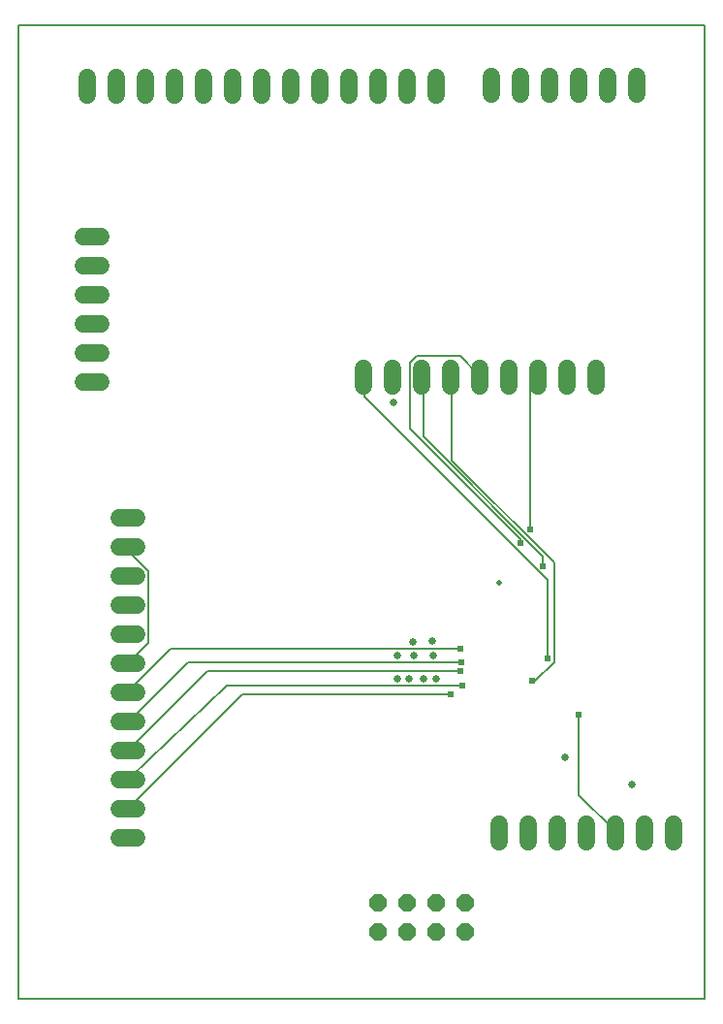
<source format=gbl>
G75*
%MOIN*%
%OFA0B0*%
%FSLAX25Y25*%
%IPPOS*%
%LPD*%
%AMOC8*
5,1,8,0,0,1.08239X$1,22.5*
%
%ADD10C,0.00600*%
%ADD11OC8,0.06000*%
%ADD12C,0.06000*%
%ADD13C,0.02400*%
%ADD14C,0.02600*%
%ADD15C,0.02000*%
D10*
X0001300Y0001300D02*
X0001300Y0335946D01*
X0237520Y0335946D01*
X0237520Y0001300D01*
X0001300Y0001300D01*
X0039179Y0066655D02*
X0039430Y0067045D01*
X0078480Y0106095D01*
X0149980Y0106095D01*
X0153946Y0108790D02*
X0073096Y0108790D01*
X0039430Y0076945D01*
X0039179Y0076655D01*
X0039179Y0086655D02*
X0039430Y0086845D01*
X0066380Y0113795D01*
X0153280Y0113795D01*
X0153830Y0117095D02*
X0059780Y0117095D01*
X0039430Y0096745D01*
X0039179Y0096655D01*
X0039179Y0106655D02*
X0039430Y0107195D01*
X0053730Y0121495D01*
X0153280Y0121495D01*
X0178030Y0110495D02*
X0179130Y0110495D01*
X0185730Y0117095D01*
X0185730Y0151195D01*
X0150530Y0186395D01*
X0150530Y0214995D01*
X0150174Y0215016D01*
X0153280Y0222145D02*
X0159880Y0215545D01*
X0160174Y0215016D01*
X0153280Y0222145D02*
X0138430Y0222145D01*
X0136230Y0219945D01*
X0136230Y0197395D01*
X0174180Y0159445D01*
X0174180Y0157795D01*
X0177480Y0162745D02*
X0177480Y0212795D01*
X0179680Y0214995D01*
X0180174Y0215016D01*
X0140630Y0214995D02*
X0140630Y0194645D01*
X0181880Y0153395D01*
X0181880Y0150095D01*
X0183530Y0145145D02*
X0120280Y0208395D01*
X0120280Y0214995D01*
X0120174Y0215016D01*
X0140174Y0215016D02*
X0140630Y0214995D01*
X0183530Y0145145D02*
X0183530Y0118195D01*
X0193980Y0098945D02*
X0193980Y0071445D01*
X0206630Y0058795D01*
X0206675Y0058439D01*
X0046030Y0123695D02*
X0039430Y0117095D01*
X0039179Y0116655D01*
X0046030Y0123695D02*
X0046030Y0148445D01*
X0039430Y0155045D01*
X0039430Y0156145D01*
X0039179Y0156655D01*
D11*
X0124964Y0034326D03*
X0124964Y0024326D03*
X0134964Y0024326D03*
X0134964Y0034326D03*
X0144964Y0034326D03*
X0144964Y0024326D03*
X0154964Y0024326D03*
X0154964Y0034326D03*
D12*
X0166675Y0055439D02*
X0166675Y0061439D01*
X0176675Y0061439D02*
X0176675Y0055439D01*
X0186675Y0055439D02*
X0186675Y0061439D01*
X0196675Y0061439D02*
X0196675Y0055439D01*
X0206675Y0055439D02*
X0206675Y0061439D01*
X0216675Y0061439D02*
X0216675Y0055439D01*
X0226675Y0055439D02*
X0226675Y0061439D01*
X0200174Y0212016D02*
X0200174Y0218016D01*
X0190174Y0218016D02*
X0190174Y0212016D01*
X0180174Y0212016D02*
X0180174Y0218016D01*
X0170174Y0218016D02*
X0170174Y0212016D01*
X0160174Y0212016D02*
X0160174Y0218016D01*
X0150174Y0218016D02*
X0150174Y0212016D01*
X0140174Y0212016D02*
X0140174Y0218016D01*
X0130174Y0218016D02*
X0130174Y0212016D01*
X0120174Y0212016D02*
X0120174Y0218016D01*
X0115240Y0312093D02*
X0115240Y0318093D01*
X0105240Y0318093D02*
X0105240Y0312093D01*
X0095240Y0312093D02*
X0095240Y0318093D01*
X0085240Y0318093D02*
X0085240Y0312093D01*
X0075240Y0312093D02*
X0075240Y0318093D01*
X0065240Y0318093D02*
X0065240Y0312093D01*
X0055240Y0312093D02*
X0055240Y0318093D01*
X0045240Y0318093D02*
X0045240Y0312093D01*
X0035240Y0312093D02*
X0035240Y0318093D01*
X0025240Y0318093D02*
X0025240Y0312093D01*
X0023781Y0263344D02*
X0029781Y0263344D01*
X0029781Y0253344D02*
X0023781Y0253344D01*
X0023781Y0243344D02*
X0029781Y0243344D01*
X0029781Y0233344D02*
X0023781Y0233344D01*
X0023781Y0223344D02*
X0029781Y0223344D01*
X0029781Y0213344D02*
X0023781Y0213344D01*
X0036179Y0166655D02*
X0042179Y0166655D01*
X0042179Y0156655D02*
X0036179Y0156655D01*
X0036179Y0146655D02*
X0042179Y0146655D01*
X0042179Y0136655D02*
X0036179Y0136655D01*
X0036179Y0126655D02*
X0042179Y0126655D01*
X0042179Y0116655D02*
X0036179Y0116655D01*
X0036179Y0106655D02*
X0042179Y0106655D01*
X0042179Y0096655D02*
X0036179Y0096655D01*
X0036179Y0086655D02*
X0042179Y0086655D01*
X0042179Y0076655D02*
X0036179Y0076655D01*
X0036179Y0066655D02*
X0042179Y0066655D01*
X0042179Y0056655D02*
X0036179Y0056655D01*
X0125240Y0312093D02*
X0125240Y0318093D01*
X0135240Y0318093D02*
X0135240Y0312093D01*
X0145240Y0312093D02*
X0145240Y0318093D01*
X0164109Y0318226D02*
X0164109Y0312226D01*
X0174109Y0312226D02*
X0174109Y0318226D01*
X0184109Y0318226D02*
X0184109Y0312226D01*
X0194109Y0312226D02*
X0194109Y0318226D01*
X0204109Y0318226D02*
X0204109Y0312226D01*
X0214109Y0312226D02*
X0214109Y0318226D01*
D13*
X0177480Y0162745D03*
X0174180Y0157795D03*
X0181880Y0150095D03*
X0183530Y0118195D03*
X0178030Y0110495D03*
X0193980Y0098945D03*
X0153946Y0108790D03*
X0153280Y0113795D03*
X0153830Y0117095D03*
X0153280Y0121495D03*
X0149980Y0106095D03*
D14*
X0145145Y0111339D03*
X0140641Y0111215D03*
X0135847Y0111174D03*
X0131839Y0111298D03*
X0131839Y0119337D03*
X0137400Y0119275D03*
X0137215Y0123968D03*
X0143579Y0124153D03*
X0144197Y0119275D03*
X0189521Y0084362D03*
X0212569Y0074897D03*
X0130403Y0206284D03*
D15*
X0166851Y0144396D03*
M02*

</source>
